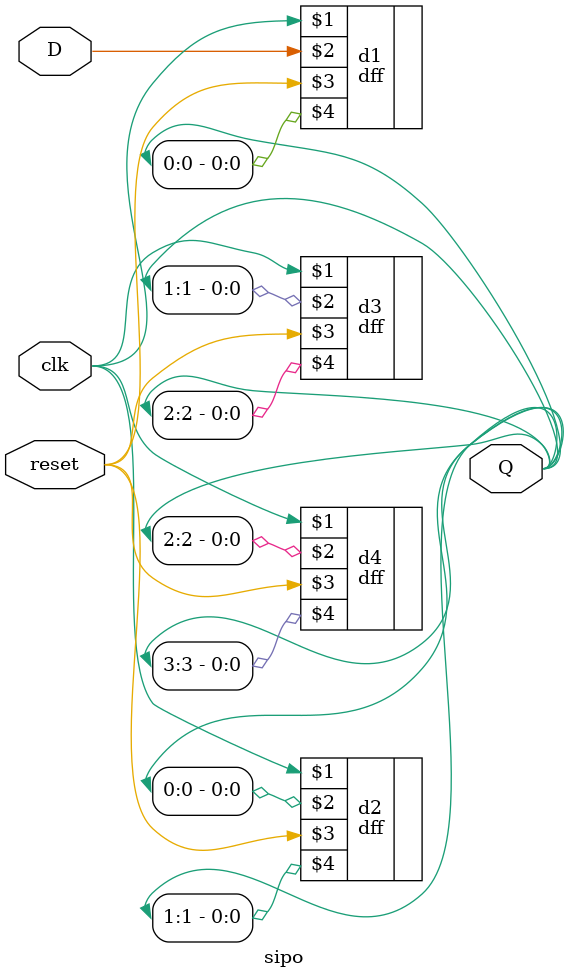
<source format=v>
`timescale 1ns / 1ps


module sipo(
input D,clk,reset,
output [3:0]Q
    );
dff d1(clk, D, reset, Q[0]);
    dff d2(clk, Q[0], reset, Q[1]);
    dff d3(clk, Q[1], reset, Q[2]);
    dff d4(clk, Q[2], reset, Q[3]);
endmodule

</source>
